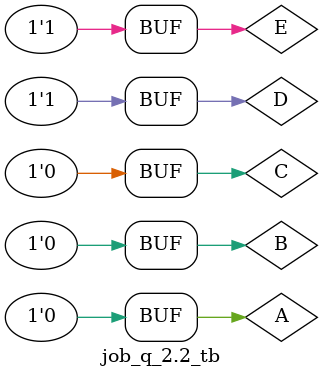
<source format=sv>
module job_q_2.2_tb;
reg A,B,C,D,E;
wire Y;
job_q_2.2  dut(A,B,C,D,E,Y);
initial 
begin
#10;A=0;B=0;C=0;D=0;E=0;
#10;A=0;B=0;C=0;D=0;E=1;
#10;A=0;B=0;C=0;D=1;E=0;
#10;A=0;B=0;C=0;D=1;E=1;
end
endmodule

</source>
